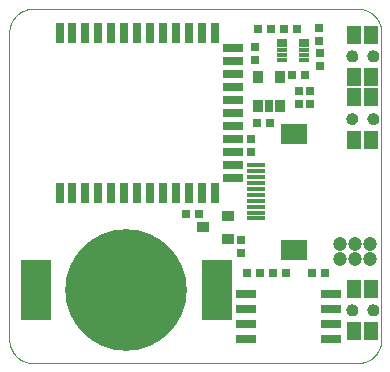
<source format=gts>
G75*
%MOIN*%
%OFA0B0*%
%FSLAX25Y25*%
%IPPOS*%
%LPD*%
%AMOC8*
5,1,8,0,0,1.08239X$1,22.5*
%
%ADD10C,0.00000*%
%ADD11R,0.03156X0.06699*%
%ADD12R,0.06699X0.03156*%
%ADD13R,0.06896X0.03156*%
%ADD14C,0.40557*%
%ADD15R,0.10243X0.20479*%
%ADD16R,0.05912X0.01581*%
%ADD17R,0.09061X0.06699*%
%ADD18R,0.04534X0.05912*%
%ADD19C,0.03943*%
%ADD20R,0.02762X0.02762*%
%ADD21R,0.03550X0.04337*%
%ADD22R,0.02762X0.04337*%
%ADD23R,0.03746X0.01187*%
%ADD24R,0.03943X0.03550*%
%ADD25C,0.04724*%
D10*
X0050705Y0034957D02*
X0050705Y0137319D01*
X0050707Y0137509D01*
X0050714Y0137699D01*
X0050726Y0137889D01*
X0050742Y0138079D01*
X0050762Y0138268D01*
X0050788Y0138457D01*
X0050817Y0138645D01*
X0050852Y0138832D01*
X0050891Y0139018D01*
X0050934Y0139203D01*
X0050982Y0139388D01*
X0051034Y0139571D01*
X0051090Y0139752D01*
X0051151Y0139932D01*
X0051217Y0140111D01*
X0051286Y0140288D01*
X0051360Y0140464D01*
X0051438Y0140637D01*
X0051521Y0140809D01*
X0051607Y0140978D01*
X0051697Y0141146D01*
X0051792Y0141311D01*
X0051890Y0141474D01*
X0051993Y0141634D01*
X0052099Y0141792D01*
X0052209Y0141947D01*
X0052322Y0142100D01*
X0052440Y0142250D01*
X0052561Y0142396D01*
X0052685Y0142540D01*
X0052813Y0142681D01*
X0052944Y0142819D01*
X0053079Y0142954D01*
X0053217Y0143085D01*
X0053358Y0143213D01*
X0053502Y0143337D01*
X0053648Y0143458D01*
X0053798Y0143576D01*
X0053951Y0143689D01*
X0054106Y0143799D01*
X0054264Y0143905D01*
X0054424Y0144008D01*
X0054587Y0144106D01*
X0054752Y0144201D01*
X0054920Y0144291D01*
X0055089Y0144377D01*
X0055261Y0144460D01*
X0055434Y0144538D01*
X0055610Y0144612D01*
X0055787Y0144681D01*
X0055966Y0144747D01*
X0056146Y0144808D01*
X0056327Y0144864D01*
X0056510Y0144916D01*
X0056695Y0144964D01*
X0056880Y0145007D01*
X0057066Y0145046D01*
X0057253Y0145081D01*
X0057441Y0145110D01*
X0057630Y0145136D01*
X0057819Y0145156D01*
X0058009Y0145172D01*
X0058199Y0145184D01*
X0058389Y0145191D01*
X0058579Y0145193D01*
X0166846Y0145193D01*
X0167036Y0145191D01*
X0167226Y0145184D01*
X0167416Y0145172D01*
X0167606Y0145156D01*
X0167795Y0145136D01*
X0167984Y0145110D01*
X0168172Y0145081D01*
X0168359Y0145046D01*
X0168545Y0145007D01*
X0168730Y0144964D01*
X0168915Y0144916D01*
X0169098Y0144864D01*
X0169279Y0144808D01*
X0169459Y0144747D01*
X0169638Y0144681D01*
X0169815Y0144612D01*
X0169991Y0144538D01*
X0170164Y0144460D01*
X0170336Y0144377D01*
X0170505Y0144291D01*
X0170673Y0144201D01*
X0170838Y0144106D01*
X0171001Y0144008D01*
X0171161Y0143905D01*
X0171319Y0143799D01*
X0171474Y0143689D01*
X0171627Y0143576D01*
X0171777Y0143458D01*
X0171923Y0143337D01*
X0172067Y0143213D01*
X0172208Y0143085D01*
X0172346Y0142954D01*
X0172481Y0142819D01*
X0172612Y0142681D01*
X0172740Y0142540D01*
X0172864Y0142396D01*
X0172985Y0142250D01*
X0173103Y0142100D01*
X0173216Y0141947D01*
X0173326Y0141792D01*
X0173432Y0141634D01*
X0173535Y0141474D01*
X0173633Y0141311D01*
X0173728Y0141146D01*
X0173818Y0140978D01*
X0173904Y0140809D01*
X0173987Y0140637D01*
X0174065Y0140464D01*
X0174139Y0140288D01*
X0174208Y0140111D01*
X0174274Y0139932D01*
X0174335Y0139752D01*
X0174391Y0139571D01*
X0174443Y0139388D01*
X0174491Y0139203D01*
X0174534Y0139018D01*
X0174573Y0138832D01*
X0174608Y0138645D01*
X0174637Y0138457D01*
X0174663Y0138268D01*
X0174683Y0138079D01*
X0174699Y0137889D01*
X0174711Y0137699D01*
X0174718Y0137509D01*
X0174720Y0137319D01*
X0174720Y0034957D01*
X0174718Y0034767D01*
X0174711Y0034577D01*
X0174699Y0034387D01*
X0174683Y0034197D01*
X0174663Y0034008D01*
X0174637Y0033819D01*
X0174608Y0033631D01*
X0174573Y0033444D01*
X0174534Y0033258D01*
X0174491Y0033073D01*
X0174443Y0032888D01*
X0174391Y0032705D01*
X0174335Y0032524D01*
X0174274Y0032344D01*
X0174208Y0032165D01*
X0174139Y0031988D01*
X0174065Y0031812D01*
X0173987Y0031639D01*
X0173904Y0031467D01*
X0173818Y0031298D01*
X0173728Y0031130D01*
X0173633Y0030965D01*
X0173535Y0030802D01*
X0173432Y0030642D01*
X0173326Y0030484D01*
X0173216Y0030329D01*
X0173103Y0030176D01*
X0172985Y0030026D01*
X0172864Y0029880D01*
X0172740Y0029736D01*
X0172612Y0029595D01*
X0172481Y0029457D01*
X0172346Y0029322D01*
X0172208Y0029191D01*
X0172067Y0029063D01*
X0171923Y0028939D01*
X0171777Y0028818D01*
X0171627Y0028700D01*
X0171474Y0028587D01*
X0171319Y0028477D01*
X0171161Y0028371D01*
X0171001Y0028268D01*
X0170838Y0028170D01*
X0170673Y0028075D01*
X0170505Y0027985D01*
X0170336Y0027899D01*
X0170164Y0027816D01*
X0169991Y0027738D01*
X0169815Y0027664D01*
X0169638Y0027595D01*
X0169459Y0027529D01*
X0169279Y0027468D01*
X0169098Y0027412D01*
X0168915Y0027360D01*
X0168730Y0027312D01*
X0168545Y0027269D01*
X0168359Y0027230D01*
X0168172Y0027195D01*
X0167984Y0027166D01*
X0167795Y0027140D01*
X0167606Y0027120D01*
X0167416Y0027104D01*
X0167226Y0027092D01*
X0167036Y0027085D01*
X0166846Y0027083D01*
X0058579Y0027083D01*
X0058389Y0027085D01*
X0058199Y0027092D01*
X0058009Y0027104D01*
X0057819Y0027120D01*
X0057630Y0027140D01*
X0057441Y0027166D01*
X0057253Y0027195D01*
X0057066Y0027230D01*
X0056880Y0027269D01*
X0056695Y0027312D01*
X0056510Y0027360D01*
X0056327Y0027412D01*
X0056146Y0027468D01*
X0055966Y0027529D01*
X0055787Y0027595D01*
X0055610Y0027664D01*
X0055434Y0027738D01*
X0055261Y0027816D01*
X0055089Y0027899D01*
X0054920Y0027985D01*
X0054752Y0028075D01*
X0054587Y0028170D01*
X0054424Y0028268D01*
X0054264Y0028371D01*
X0054106Y0028477D01*
X0053951Y0028587D01*
X0053798Y0028700D01*
X0053648Y0028818D01*
X0053502Y0028939D01*
X0053358Y0029063D01*
X0053217Y0029191D01*
X0053079Y0029322D01*
X0052944Y0029457D01*
X0052813Y0029595D01*
X0052685Y0029736D01*
X0052561Y0029880D01*
X0052440Y0030026D01*
X0052322Y0030176D01*
X0052209Y0030329D01*
X0052099Y0030484D01*
X0051993Y0030642D01*
X0051890Y0030802D01*
X0051792Y0030965D01*
X0051697Y0031130D01*
X0051607Y0031298D01*
X0051521Y0031467D01*
X0051438Y0031639D01*
X0051360Y0031812D01*
X0051286Y0031988D01*
X0051217Y0032165D01*
X0051151Y0032344D01*
X0051090Y0032524D01*
X0051034Y0032705D01*
X0050982Y0032888D01*
X0050934Y0033073D01*
X0050891Y0033258D01*
X0050852Y0033444D01*
X0050817Y0033631D01*
X0050788Y0033819D01*
X0050762Y0034008D01*
X0050742Y0034197D01*
X0050726Y0034387D01*
X0050714Y0034577D01*
X0050707Y0034767D01*
X0050705Y0034957D01*
X0163106Y0044799D02*
X0163108Y0044883D01*
X0163114Y0044966D01*
X0163124Y0045049D01*
X0163138Y0045132D01*
X0163155Y0045214D01*
X0163177Y0045295D01*
X0163202Y0045374D01*
X0163231Y0045453D01*
X0163264Y0045530D01*
X0163300Y0045605D01*
X0163340Y0045679D01*
X0163383Y0045751D01*
X0163430Y0045820D01*
X0163480Y0045887D01*
X0163533Y0045952D01*
X0163589Y0046014D01*
X0163647Y0046074D01*
X0163709Y0046131D01*
X0163773Y0046184D01*
X0163840Y0046235D01*
X0163909Y0046282D01*
X0163980Y0046327D01*
X0164053Y0046367D01*
X0164128Y0046404D01*
X0164205Y0046438D01*
X0164283Y0046468D01*
X0164362Y0046494D01*
X0164443Y0046517D01*
X0164525Y0046535D01*
X0164607Y0046550D01*
X0164690Y0046561D01*
X0164773Y0046568D01*
X0164857Y0046571D01*
X0164941Y0046570D01*
X0165024Y0046565D01*
X0165108Y0046556D01*
X0165190Y0046543D01*
X0165272Y0046527D01*
X0165353Y0046506D01*
X0165434Y0046482D01*
X0165512Y0046454D01*
X0165590Y0046422D01*
X0165666Y0046386D01*
X0165740Y0046347D01*
X0165812Y0046305D01*
X0165882Y0046259D01*
X0165950Y0046210D01*
X0166015Y0046158D01*
X0166078Y0046103D01*
X0166138Y0046045D01*
X0166196Y0045984D01*
X0166250Y0045920D01*
X0166302Y0045854D01*
X0166350Y0045786D01*
X0166395Y0045715D01*
X0166436Y0045642D01*
X0166475Y0045568D01*
X0166509Y0045492D01*
X0166540Y0045414D01*
X0166567Y0045335D01*
X0166591Y0045254D01*
X0166610Y0045173D01*
X0166626Y0045091D01*
X0166638Y0045008D01*
X0166646Y0044924D01*
X0166650Y0044841D01*
X0166650Y0044757D01*
X0166646Y0044674D01*
X0166638Y0044590D01*
X0166626Y0044507D01*
X0166610Y0044425D01*
X0166591Y0044344D01*
X0166567Y0044263D01*
X0166540Y0044184D01*
X0166509Y0044106D01*
X0166475Y0044030D01*
X0166436Y0043956D01*
X0166395Y0043883D01*
X0166350Y0043812D01*
X0166302Y0043744D01*
X0166250Y0043678D01*
X0166196Y0043614D01*
X0166138Y0043553D01*
X0166078Y0043495D01*
X0166015Y0043440D01*
X0165950Y0043388D01*
X0165882Y0043339D01*
X0165812Y0043293D01*
X0165740Y0043251D01*
X0165666Y0043212D01*
X0165590Y0043176D01*
X0165512Y0043144D01*
X0165434Y0043116D01*
X0165353Y0043092D01*
X0165272Y0043071D01*
X0165190Y0043055D01*
X0165108Y0043042D01*
X0165024Y0043033D01*
X0164941Y0043028D01*
X0164857Y0043027D01*
X0164773Y0043030D01*
X0164690Y0043037D01*
X0164607Y0043048D01*
X0164525Y0043063D01*
X0164443Y0043081D01*
X0164362Y0043104D01*
X0164283Y0043130D01*
X0164205Y0043160D01*
X0164128Y0043194D01*
X0164053Y0043231D01*
X0163980Y0043271D01*
X0163909Y0043316D01*
X0163840Y0043363D01*
X0163773Y0043414D01*
X0163709Y0043467D01*
X0163647Y0043524D01*
X0163589Y0043584D01*
X0163533Y0043646D01*
X0163480Y0043711D01*
X0163430Y0043778D01*
X0163383Y0043847D01*
X0163340Y0043919D01*
X0163300Y0043993D01*
X0163264Y0044068D01*
X0163231Y0044145D01*
X0163202Y0044224D01*
X0163177Y0044303D01*
X0163155Y0044384D01*
X0163138Y0044466D01*
X0163124Y0044549D01*
X0163114Y0044632D01*
X0163108Y0044715D01*
X0163106Y0044799D01*
X0170193Y0044799D02*
X0170195Y0044883D01*
X0170201Y0044966D01*
X0170211Y0045049D01*
X0170225Y0045132D01*
X0170242Y0045214D01*
X0170264Y0045295D01*
X0170289Y0045374D01*
X0170318Y0045453D01*
X0170351Y0045530D01*
X0170387Y0045605D01*
X0170427Y0045679D01*
X0170470Y0045751D01*
X0170517Y0045820D01*
X0170567Y0045887D01*
X0170620Y0045952D01*
X0170676Y0046014D01*
X0170734Y0046074D01*
X0170796Y0046131D01*
X0170860Y0046184D01*
X0170927Y0046235D01*
X0170996Y0046282D01*
X0171067Y0046327D01*
X0171140Y0046367D01*
X0171215Y0046404D01*
X0171292Y0046438D01*
X0171370Y0046468D01*
X0171449Y0046494D01*
X0171530Y0046517D01*
X0171612Y0046535D01*
X0171694Y0046550D01*
X0171777Y0046561D01*
X0171860Y0046568D01*
X0171944Y0046571D01*
X0172028Y0046570D01*
X0172111Y0046565D01*
X0172195Y0046556D01*
X0172277Y0046543D01*
X0172359Y0046527D01*
X0172440Y0046506D01*
X0172521Y0046482D01*
X0172599Y0046454D01*
X0172677Y0046422D01*
X0172753Y0046386D01*
X0172827Y0046347D01*
X0172899Y0046305D01*
X0172969Y0046259D01*
X0173037Y0046210D01*
X0173102Y0046158D01*
X0173165Y0046103D01*
X0173225Y0046045D01*
X0173283Y0045984D01*
X0173337Y0045920D01*
X0173389Y0045854D01*
X0173437Y0045786D01*
X0173482Y0045715D01*
X0173523Y0045642D01*
X0173562Y0045568D01*
X0173596Y0045492D01*
X0173627Y0045414D01*
X0173654Y0045335D01*
X0173678Y0045254D01*
X0173697Y0045173D01*
X0173713Y0045091D01*
X0173725Y0045008D01*
X0173733Y0044924D01*
X0173737Y0044841D01*
X0173737Y0044757D01*
X0173733Y0044674D01*
X0173725Y0044590D01*
X0173713Y0044507D01*
X0173697Y0044425D01*
X0173678Y0044344D01*
X0173654Y0044263D01*
X0173627Y0044184D01*
X0173596Y0044106D01*
X0173562Y0044030D01*
X0173523Y0043956D01*
X0173482Y0043883D01*
X0173437Y0043812D01*
X0173389Y0043744D01*
X0173337Y0043678D01*
X0173283Y0043614D01*
X0173225Y0043553D01*
X0173165Y0043495D01*
X0173102Y0043440D01*
X0173037Y0043388D01*
X0172969Y0043339D01*
X0172899Y0043293D01*
X0172827Y0043251D01*
X0172753Y0043212D01*
X0172677Y0043176D01*
X0172599Y0043144D01*
X0172521Y0043116D01*
X0172440Y0043092D01*
X0172359Y0043071D01*
X0172277Y0043055D01*
X0172195Y0043042D01*
X0172111Y0043033D01*
X0172028Y0043028D01*
X0171944Y0043027D01*
X0171860Y0043030D01*
X0171777Y0043037D01*
X0171694Y0043048D01*
X0171612Y0043063D01*
X0171530Y0043081D01*
X0171449Y0043104D01*
X0171370Y0043130D01*
X0171292Y0043160D01*
X0171215Y0043194D01*
X0171140Y0043231D01*
X0171067Y0043271D01*
X0170996Y0043316D01*
X0170927Y0043363D01*
X0170860Y0043414D01*
X0170796Y0043467D01*
X0170734Y0043524D01*
X0170676Y0043584D01*
X0170620Y0043646D01*
X0170567Y0043711D01*
X0170517Y0043778D01*
X0170470Y0043847D01*
X0170427Y0043919D01*
X0170387Y0043993D01*
X0170351Y0044068D01*
X0170318Y0044145D01*
X0170289Y0044224D01*
X0170264Y0044303D01*
X0170242Y0044384D01*
X0170225Y0044466D01*
X0170211Y0044549D01*
X0170201Y0044632D01*
X0170195Y0044715D01*
X0170193Y0044799D01*
X0170193Y0108579D02*
X0170195Y0108663D01*
X0170201Y0108746D01*
X0170211Y0108829D01*
X0170225Y0108912D01*
X0170242Y0108994D01*
X0170264Y0109075D01*
X0170289Y0109154D01*
X0170318Y0109233D01*
X0170351Y0109310D01*
X0170387Y0109385D01*
X0170427Y0109459D01*
X0170470Y0109531D01*
X0170517Y0109600D01*
X0170567Y0109667D01*
X0170620Y0109732D01*
X0170676Y0109794D01*
X0170734Y0109854D01*
X0170796Y0109911D01*
X0170860Y0109964D01*
X0170927Y0110015D01*
X0170996Y0110062D01*
X0171067Y0110107D01*
X0171140Y0110147D01*
X0171215Y0110184D01*
X0171292Y0110218D01*
X0171370Y0110248D01*
X0171449Y0110274D01*
X0171530Y0110297D01*
X0171612Y0110315D01*
X0171694Y0110330D01*
X0171777Y0110341D01*
X0171860Y0110348D01*
X0171944Y0110351D01*
X0172028Y0110350D01*
X0172111Y0110345D01*
X0172195Y0110336D01*
X0172277Y0110323D01*
X0172359Y0110307D01*
X0172440Y0110286D01*
X0172521Y0110262D01*
X0172599Y0110234D01*
X0172677Y0110202D01*
X0172753Y0110166D01*
X0172827Y0110127D01*
X0172899Y0110085D01*
X0172969Y0110039D01*
X0173037Y0109990D01*
X0173102Y0109938D01*
X0173165Y0109883D01*
X0173225Y0109825D01*
X0173283Y0109764D01*
X0173337Y0109700D01*
X0173389Y0109634D01*
X0173437Y0109566D01*
X0173482Y0109495D01*
X0173523Y0109422D01*
X0173562Y0109348D01*
X0173596Y0109272D01*
X0173627Y0109194D01*
X0173654Y0109115D01*
X0173678Y0109034D01*
X0173697Y0108953D01*
X0173713Y0108871D01*
X0173725Y0108788D01*
X0173733Y0108704D01*
X0173737Y0108621D01*
X0173737Y0108537D01*
X0173733Y0108454D01*
X0173725Y0108370D01*
X0173713Y0108287D01*
X0173697Y0108205D01*
X0173678Y0108124D01*
X0173654Y0108043D01*
X0173627Y0107964D01*
X0173596Y0107886D01*
X0173562Y0107810D01*
X0173523Y0107736D01*
X0173482Y0107663D01*
X0173437Y0107592D01*
X0173389Y0107524D01*
X0173337Y0107458D01*
X0173283Y0107394D01*
X0173225Y0107333D01*
X0173165Y0107275D01*
X0173102Y0107220D01*
X0173037Y0107168D01*
X0172969Y0107119D01*
X0172899Y0107073D01*
X0172827Y0107031D01*
X0172753Y0106992D01*
X0172677Y0106956D01*
X0172599Y0106924D01*
X0172521Y0106896D01*
X0172440Y0106872D01*
X0172359Y0106851D01*
X0172277Y0106835D01*
X0172195Y0106822D01*
X0172111Y0106813D01*
X0172028Y0106808D01*
X0171944Y0106807D01*
X0171860Y0106810D01*
X0171777Y0106817D01*
X0171694Y0106828D01*
X0171612Y0106843D01*
X0171530Y0106861D01*
X0171449Y0106884D01*
X0171370Y0106910D01*
X0171292Y0106940D01*
X0171215Y0106974D01*
X0171140Y0107011D01*
X0171067Y0107051D01*
X0170996Y0107096D01*
X0170927Y0107143D01*
X0170860Y0107194D01*
X0170796Y0107247D01*
X0170734Y0107304D01*
X0170676Y0107364D01*
X0170620Y0107426D01*
X0170567Y0107491D01*
X0170517Y0107558D01*
X0170470Y0107627D01*
X0170427Y0107699D01*
X0170387Y0107773D01*
X0170351Y0107848D01*
X0170318Y0107925D01*
X0170289Y0108004D01*
X0170264Y0108083D01*
X0170242Y0108164D01*
X0170225Y0108246D01*
X0170211Y0108329D01*
X0170201Y0108412D01*
X0170195Y0108495D01*
X0170193Y0108579D01*
X0163106Y0108579D02*
X0163108Y0108663D01*
X0163114Y0108746D01*
X0163124Y0108829D01*
X0163138Y0108912D01*
X0163155Y0108994D01*
X0163177Y0109075D01*
X0163202Y0109154D01*
X0163231Y0109233D01*
X0163264Y0109310D01*
X0163300Y0109385D01*
X0163340Y0109459D01*
X0163383Y0109531D01*
X0163430Y0109600D01*
X0163480Y0109667D01*
X0163533Y0109732D01*
X0163589Y0109794D01*
X0163647Y0109854D01*
X0163709Y0109911D01*
X0163773Y0109964D01*
X0163840Y0110015D01*
X0163909Y0110062D01*
X0163980Y0110107D01*
X0164053Y0110147D01*
X0164128Y0110184D01*
X0164205Y0110218D01*
X0164283Y0110248D01*
X0164362Y0110274D01*
X0164443Y0110297D01*
X0164525Y0110315D01*
X0164607Y0110330D01*
X0164690Y0110341D01*
X0164773Y0110348D01*
X0164857Y0110351D01*
X0164941Y0110350D01*
X0165024Y0110345D01*
X0165108Y0110336D01*
X0165190Y0110323D01*
X0165272Y0110307D01*
X0165353Y0110286D01*
X0165434Y0110262D01*
X0165512Y0110234D01*
X0165590Y0110202D01*
X0165666Y0110166D01*
X0165740Y0110127D01*
X0165812Y0110085D01*
X0165882Y0110039D01*
X0165950Y0109990D01*
X0166015Y0109938D01*
X0166078Y0109883D01*
X0166138Y0109825D01*
X0166196Y0109764D01*
X0166250Y0109700D01*
X0166302Y0109634D01*
X0166350Y0109566D01*
X0166395Y0109495D01*
X0166436Y0109422D01*
X0166475Y0109348D01*
X0166509Y0109272D01*
X0166540Y0109194D01*
X0166567Y0109115D01*
X0166591Y0109034D01*
X0166610Y0108953D01*
X0166626Y0108871D01*
X0166638Y0108788D01*
X0166646Y0108704D01*
X0166650Y0108621D01*
X0166650Y0108537D01*
X0166646Y0108454D01*
X0166638Y0108370D01*
X0166626Y0108287D01*
X0166610Y0108205D01*
X0166591Y0108124D01*
X0166567Y0108043D01*
X0166540Y0107964D01*
X0166509Y0107886D01*
X0166475Y0107810D01*
X0166436Y0107736D01*
X0166395Y0107663D01*
X0166350Y0107592D01*
X0166302Y0107524D01*
X0166250Y0107458D01*
X0166196Y0107394D01*
X0166138Y0107333D01*
X0166078Y0107275D01*
X0166015Y0107220D01*
X0165950Y0107168D01*
X0165882Y0107119D01*
X0165812Y0107073D01*
X0165740Y0107031D01*
X0165666Y0106992D01*
X0165590Y0106956D01*
X0165512Y0106924D01*
X0165434Y0106896D01*
X0165353Y0106872D01*
X0165272Y0106851D01*
X0165190Y0106835D01*
X0165108Y0106822D01*
X0165024Y0106813D01*
X0164941Y0106808D01*
X0164857Y0106807D01*
X0164773Y0106810D01*
X0164690Y0106817D01*
X0164607Y0106828D01*
X0164525Y0106843D01*
X0164443Y0106861D01*
X0164362Y0106884D01*
X0164283Y0106910D01*
X0164205Y0106940D01*
X0164128Y0106974D01*
X0164053Y0107011D01*
X0163980Y0107051D01*
X0163909Y0107096D01*
X0163840Y0107143D01*
X0163773Y0107194D01*
X0163709Y0107247D01*
X0163647Y0107304D01*
X0163589Y0107364D01*
X0163533Y0107426D01*
X0163480Y0107491D01*
X0163430Y0107558D01*
X0163383Y0107627D01*
X0163340Y0107699D01*
X0163300Y0107773D01*
X0163264Y0107848D01*
X0163231Y0107925D01*
X0163202Y0108004D01*
X0163177Y0108083D01*
X0163155Y0108164D01*
X0163138Y0108246D01*
X0163124Y0108329D01*
X0163114Y0108412D01*
X0163108Y0108495D01*
X0163106Y0108579D01*
X0163106Y0129445D02*
X0163108Y0129529D01*
X0163114Y0129612D01*
X0163124Y0129695D01*
X0163138Y0129778D01*
X0163155Y0129860D01*
X0163177Y0129941D01*
X0163202Y0130020D01*
X0163231Y0130099D01*
X0163264Y0130176D01*
X0163300Y0130251D01*
X0163340Y0130325D01*
X0163383Y0130397D01*
X0163430Y0130466D01*
X0163480Y0130533D01*
X0163533Y0130598D01*
X0163589Y0130660D01*
X0163647Y0130720D01*
X0163709Y0130777D01*
X0163773Y0130830D01*
X0163840Y0130881D01*
X0163909Y0130928D01*
X0163980Y0130973D01*
X0164053Y0131013D01*
X0164128Y0131050D01*
X0164205Y0131084D01*
X0164283Y0131114D01*
X0164362Y0131140D01*
X0164443Y0131163D01*
X0164525Y0131181D01*
X0164607Y0131196D01*
X0164690Y0131207D01*
X0164773Y0131214D01*
X0164857Y0131217D01*
X0164941Y0131216D01*
X0165024Y0131211D01*
X0165108Y0131202D01*
X0165190Y0131189D01*
X0165272Y0131173D01*
X0165353Y0131152D01*
X0165434Y0131128D01*
X0165512Y0131100D01*
X0165590Y0131068D01*
X0165666Y0131032D01*
X0165740Y0130993D01*
X0165812Y0130951D01*
X0165882Y0130905D01*
X0165950Y0130856D01*
X0166015Y0130804D01*
X0166078Y0130749D01*
X0166138Y0130691D01*
X0166196Y0130630D01*
X0166250Y0130566D01*
X0166302Y0130500D01*
X0166350Y0130432D01*
X0166395Y0130361D01*
X0166436Y0130288D01*
X0166475Y0130214D01*
X0166509Y0130138D01*
X0166540Y0130060D01*
X0166567Y0129981D01*
X0166591Y0129900D01*
X0166610Y0129819D01*
X0166626Y0129737D01*
X0166638Y0129654D01*
X0166646Y0129570D01*
X0166650Y0129487D01*
X0166650Y0129403D01*
X0166646Y0129320D01*
X0166638Y0129236D01*
X0166626Y0129153D01*
X0166610Y0129071D01*
X0166591Y0128990D01*
X0166567Y0128909D01*
X0166540Y0128830D01*
X0166509Y0128752D01*
X0166475Y0128676D01*
X0166436Y0128602D01*
X0166395Y0128529D01*
X0166350Y0128458D01*
X0166302Y0128390D01*
X0166250Y0128324D01*
X0166196Y0128260D01*
X0166138Y0128199D01*
X0166078Y0128141D01*
X0166015Y0128086D01*
X0165950Y0128034D01*
X0165882Y0127985D01*
X0165812Y0127939D01*
X0165740Y0127897D01*
X0165666Y0127858D01*
X0165590Y0127822D01*
X0165512Y0127790D01*
X0165434Y0127762D01*
X0165353Y0127738D01*
X0165272Y0127717D01*
X0165190Y0127701D01*
X0165108Y0127688D01*
X0165024Y0127679D01*
X0164941Y0127674D01*
X0164857Y0127673D01*
X0164773Y0127676D01*
X0164690Y0127683D01*
X0164607Y0127694D01*
X0164525Y0127709D01*
X0164443Y0127727D01*
X0164362Y0127750D01*
X0164283Y0127776D01*
X0164205Y0127806D01*
X0164128Y0127840D01*
X0164053Y0127877D01*
X0163980Y0127917D01*
X0163909Y0127962D01*
X0163840Y0128009D01*
X0163773Y0128060D01*
X0163709Y0128113D01*
X0163647Y0128170D01*
X0163589Y0128230D01*
X0163533Y0128292D01*
X0163480Y0128357D01*
X0163430Y0128424D01*
X0163383Y0128493D01*
X0163340Y0128565D01*
X0163300Y0128639D01*
X0163264Y0128714D01*
X0163231Y0128791D01*
X0163202Y0128870D01*
X0163177Y0128949D01*
X0163155Y0129030D01*
X0163138Y0129112D01*
X0163124Y0129195D01*
X0163114Y0129278D01*
X0163108Y0129361D01*
X0163106Y0129445D01*
X0170193Y0129445D02*
X0170195Y0129529D01*
X0170201Y0129612D01*
X0170211Y0129695D01*
X0170225Y0129778D01*
X0170242Y0129860D01*
X0170264Y0129941D01*
X0170289Y0130020D01*
X0170318Y0130099D01*
X0170351Y0130176D01*
X0170387Y0130251D01*
X0170427Y0130325D01*
X0170470Y0130397D01*
X0170517Y0130466D01*
X0170567Y0130533D01*
X0170620Y0130598D01*
X0170676Y0130660D01*
X0170734Y0130720D01*
X0170796Y0130777D01*
X0170860Y0130830D01*
X0170927Y0130881D01*
X0170996Y0130928D01*
X0171067Y0130973D01*
X0171140Y0131013D01*
X0171215Y0131050D01*
X0171292Y0131084D01*
X0171370Y0131114D01*
X0171449Y0131140D01*
X0171530Y0131163D01*
X0171612Y0131181D01*
X0171694Y0131196D01*
X0171777Y0131207D01*
X0171860Y0131214D01*
X0171944Y0131217D01*
X0172028Y0131216D01*
X0172111Y0131211D01*
X0172195Y0131202D01*
X0172277Y0131189D01*
X0172359Y0131173D01*
X0172440Y0131152D01*
X0172521Y0131128D01*
X0172599Y0131100D01*
X0172677Y0131068D01*
X0172753Y0131032D01*
X0172827Y0130993D01*
X0172899Y0130951D01*
X0172969Y0130905D01*
X0173037Y0130856D01*
X0173102Y0130804D01*
X0173165Y0130749D01*
X0173225Y0130691D01*
X0173283Y0130630D01*
X0173337Y0130566D01*
X0173389Y0130500D01*
X0173437Y0130432D01*
X0173482Y0130361D01*
X0173523Y0130288D01*
X0173562Y0130214D01*
X0173596Y0130138D01*
X0173627Y0130060D01*
X0173654Y0129981D01*
X0173678Y0129900D01*
X0173697Y0129819D01*
X0173713Y0129737D01*
X0173725Y0129654D01*
X0173733Y0129570D01*
X0173737Y0129487D01*
X0173737Y0129403D01*
X0173733Y0129320D01*
X0173725Y0129236D01*
X0173713Y0129153D01*
X0173697Y0129071D01*
X0173678Y0128990D01*
X0173654Y0128909D01*
X0173627Y0128830D01*
X0173596Y0128752D01*
X0173562Y0128676D01*
X0173523Y0128602D01*
X0173482Y0128529D01*
X0173437Y0128458D01*
X0173389Y0128390D01*
X0173337Y0128324D01*
X0173283Y0128260D01*
X0173225Y0128199D01*
X0173165Y0128141D01*
X0173102Y0128086D01*
X0173037Y0128034D01*
X0172969Y0127985D01*
X0172899Y0127939D01*
X0172827Y0127897D01*
X0172753Y0127858D01*
X0172677Y0127822D01*
X0172599Y0127790D01*
X0172521Y0127762D01*
X0172440Y0127738D01*
X0172359Y0127717D01*
X0172277Y0127701D01*
X0172195Y0127688D01*
X0172111Y0127679D01*
X0172028Y0127674D01*
X0171944Y0127673D01*
X0171860Y0127676D01*
X0171777Y0127683D01*
X0171694Y0127694D01*
X0171612Y0127709D01*
X0171530Y0127727D01*
X0171449Y0127750D01*
X0171370Y0127776D01*
X0171292Y0127806D01*
X0171215Y0127840D01*
X0171140Y0127877D01*
X0171067Y0127917D01*
X0170996Y0127962D01*
X0170927Y0128009D01*
X0170860Y0128060D01*
X0170796Y0128113D01*
X0170734Y0128170D01*
X0170676Y0128230D01*
X0170620Y0128292D01*
X0170567Y0128357D01*
X0170517Y0128424D01*
X0170470Y0128493D01*
X0170427Y0128565D01*
X0170387Y0128639D01*
X0170351Y0128714D01*
X0170318Y0128791D01*
X0170289Y0128870D01*
X0170264Y0128949D01*
X0170242Y0129030D01*
X0170225Y0129112D01*
X0170211Y0129195D01*
X0170201Y0129278D01*
X0170195Y0129361D01*
X0170193Y0129445D01*
D11*
X0119406Y0136965D03*
X0115075Y0136965D03*
X0110744Y0136965D03*
X0106413Y0136965D03*
X0102083Y0136965D03*
X0097752Y0136965D03*
X0093421Y0136965D03*
X0089091Y0136965D03*
X0084760Y0136965D03*
X0080429Y0136965D03*
X0076098Y0136965D03*
X0071768Y0136965D03*
X0067437Y0136965D03*
X0067437Y0083815D03*
X0071768Y0083815D03*
X0076098Y0083815D03*
X0080429Y0083815D03*
X0084760Y0083815D03*
X0089091Y0083815D03*
X0093421Y0083815D03*
X0097752Y0083815D03*
X0102083Y0083815D03*
X0106413Y0083815D03*
X0110744Y0083815D03*
X0115075Y0083815D03*
X0119406Y0083815D03*
D12*
X0125311Y0088736D03*
X0125311Y0093067D03*
X0125311Y0097398D03*
X0125311Y0101728D03*
X0125311Y0106059D03*
X0125311Y0110390D03*
X0125311Y0114720D03*
X0125311Y0119051D03*
X0125311Y0123382D03*
X0125311Y0127713D03*
X0125311Y0132043D03*
D13*
X0129445Y0050134D03*
X0129445Y0045134D03*
X0129445Y0040134D03*
X0129445Y0035134D03*
X0157791Y0035134D03*
X0157791Y0040134D03*
X0157791Y0045134D03*
X0157791Y0050134D03*
D14*
X0089681Y0051492D03*
D15*
X0059563Y0051492D03*
X0119799Y0051492D03*
D16*
X0133087Y0075311D03*
X0133087Y0077280D03*
X0133087Y0079248D03*
X0133087Y0081217D03*
X0133087Y0083185D03*
X0133087Y0085154D03*
X0133087Y0087122D03*
X0133087Y0089091D03*
X0133087Y0091059D03*
X0133087Y0093028D03*
D17*
X0145488Y0103461D03*
X0145488Y0064878D03*
D18*
X0165567Y0051886D03*
X0171276Y0051886D03*
X0171276Y0037713D03*
X0165567Y0037713D03*
X0165567Y0101492D03*
X0171276Y0101492D03*
X0171276Y0115665D03*
X0165567Y0115665D03*
X0165567Y0122358D03*
X0171276Y0122358D03*
X0171276Y0136531D03*
X0165567Y0136531D03*
D19*
X0164878Y0129445D03*
X0171965Y0129445D03*
X0171965Y0108579D03*
X0164878Y0108579D03*
X0164878Y0044799D03*
X0171965Y0044799D03*
D20*
X0156020Y0057004D03*
X0151689Y0057004D03*
X0143028Y0057004D03*
X0138697Y0057004D03*
X0134366Y0057004D03*
X0130035Y0057004D03*
X0127870Y0063894D03*
X0127870Y0068224D03*
X0113894Y0076689D03*
X0109563Y0076689D03*
X0131413Y0097358D03*
X0131413Y0101689D03*
X0133185Y0107004D03*
X0137516Y0107004D03*
X0147161Y0113500D03*
X0151098Y0113500D03*
X0151098Y0117831D03*
X0147161Y0117831D03*
X0144996Y0123146D03*
X0149327Y0123146D03*
X0154248Y0126098D03*
X0154248Y0130429D03*
X0153854Y0134366D03*
X0153854Y0138697D03*
X0146571Y0138500D03*
X0142240Y0138500D03*
X0137909Y0138500D03*
X0133579Y0138500D03*
X0132594Y0132398D03*
X0132594Y0128067D03*
D21*
X0133579Y0122358D03*
X0141059Y0122358D03*
X0141059Y0112909D03*
X0133579Y0112909D03*
D22*
X0137319Y0112909D03*
D23*
X0141453Y0128264D03*
X0141453Y0129839D03*
X0141453Y0131413D03*
X0141453Y0132988D03*
X0141453Y0134563D03*
X0148933Y0134563D03*
X0148933Y0132988D03*
X0148933Y0131413D03*
X0148933Y0129839D03*
X0148933Y0128264D03*
D24*
X0123539Y0076098D03*
X0115272Y0072358D03*
X0123539Y0068618D03*
D25*
X0160941Y0066728D03*
X0165941Y0066728D03*
X0165941Y0066728D03*
X0165941Y0061728D03*
X0160941Y0061728D03*
X0170941Y0061728D03*
X0170941Y0066728D03*
M02*

</source>
